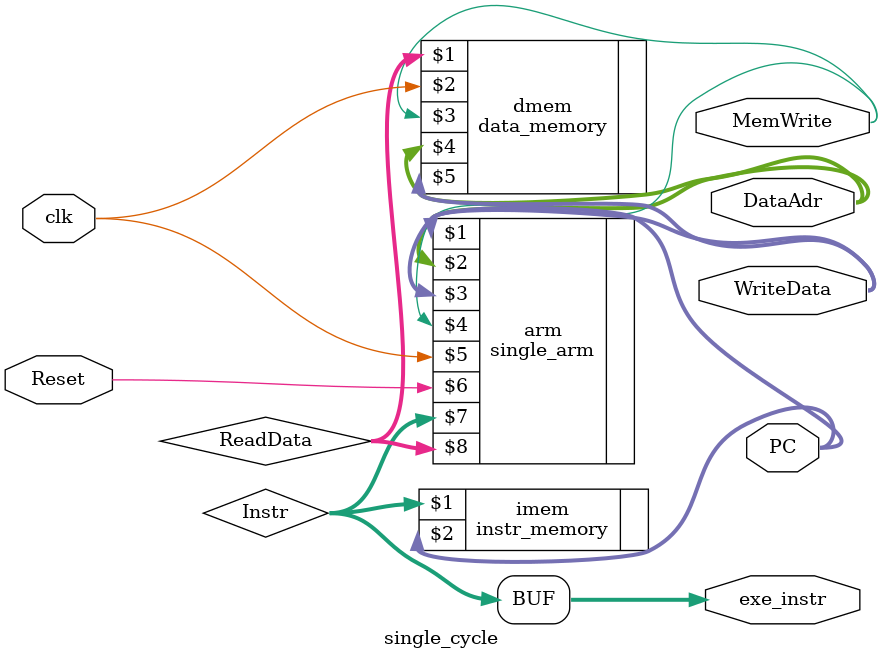
<source format=v>
`timescale 1ns/1ps

`include "single_arm.v"
`include "instr_memory.v"
`include "data_memory.v"

module single_cycle(
    output wire [31:0] WriteData, DataAdr, 
    output wire MemWrite,
    output wire [31:0] exe_instr, PC,  // for simulation
    input wire clk, Reset 
);

    wire [31:0] Instr, ReadData;  // PC

    assign exe_instr = Instr;
    
    // instantiate processor and memories
    single_arm arm(PC, DataAdr, WriteData, MemWrite, clk, Reset, Instr, ReadData);
    // module single_arm(
    // output wire [31:0] PC,
    // output wire [31:0] ALUResult, WriteData,
    // output wire MemWrite,
    // input wire clk, Reset,
    // input wire [31:0] Instr, 
    // input wire [31:0] ReadData);

    // External Memories
    instr_memory imem(Instr, PC);
    data_memory dmem(ReadData, clk, MemWrite, DataAdr, WriteData);

endmodule

</source>
